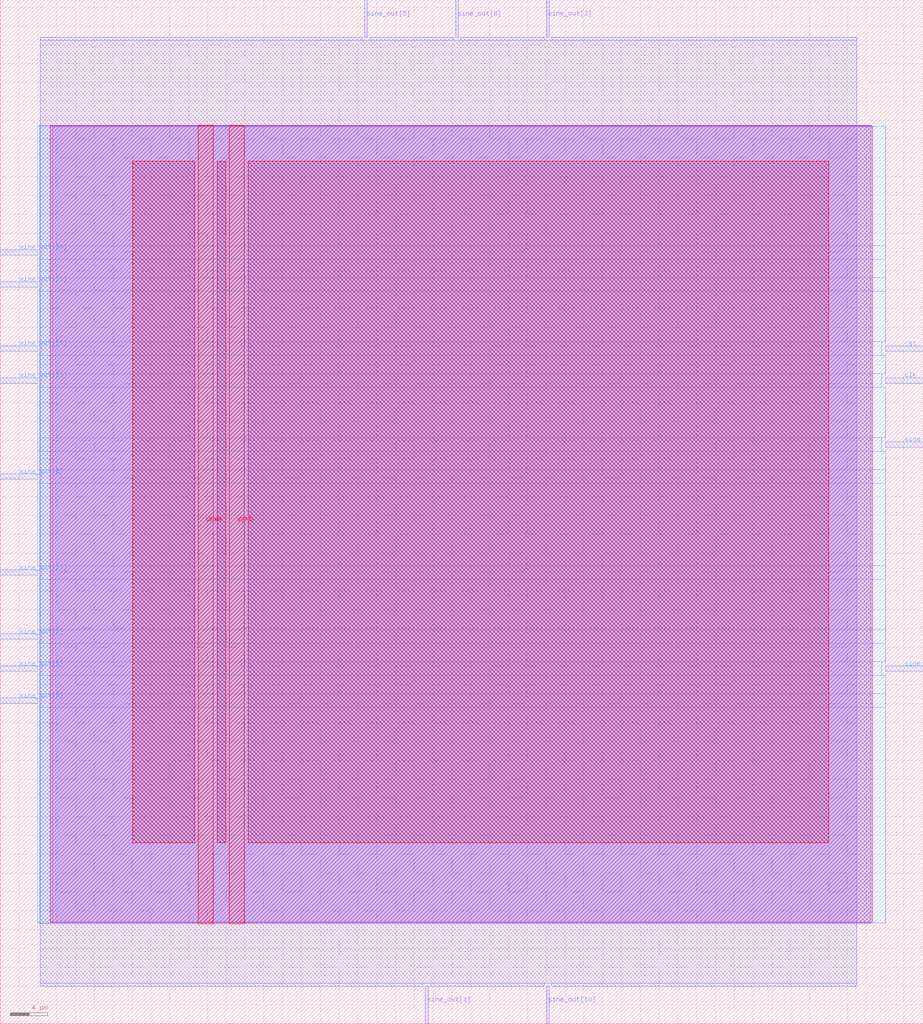
<source format=lef>
VERSION 5.7 ;
  NOWIREEXTENSIONATPIN ON ;
  DIVIDERCHAR "/" ;
  BUSBITCHARS "[]" ;
MACRO counter
  CLASS BLOCK ;
  FOREIGN counter ;
  ORIGIN 0.000 0.000 ;
  SIZE 98.060 BY 108.780 ;
  PIN VGND
    DIRECTION INOUT ;
    USE GROUND ;
    PORT
      LAYER met4 ;
        RECT 24.340 10.640 25.940 95.440 ;
    END
  END VGND
  PIN VPWR
    DIRECTION INOUT ;
    USE POWER ;
    PORT
      LAYER met4 ;
        RECT 21.040 10.640 22.640 95.440 ;
    END
  END VPWR
  PIN clk
    DIRECTION INPUT ;
    USE SIGNAL ;
    ANTENNAGATEAREA 0.852000 ;
    PORT
      LAYER met3 ;
        RECT 94.060 68.040 98.060 68.640 ;
    END
  END clk
  PIN rst
    DIRECTION INPUT ;
    USE SIGNAL ;
    ANTENNAGATEAREA 0.213000 ;
    PORT
      LAYER met3 ;
        RECT 94.060 71.440 98.060 72.040 ;
    END
  END rst
  PIN sine_out[0]
    DIRECTION OUTPUT ;
    USE SIGNAL ;
    ANTENNADIFFAREA 0.445500 ;
    PORT
      LAYER met3 ;
        RECT 94.060 61.240 98.060 61.840 ;
    END
  END sine_out[0]
  PIN sine_out[10]
    DIRECTION OUTPUT ;
    USE SIGNAL ;
    ANTENNADIFFAREA 0.445500 ;
    PORT
      LAYER met2 ;
        RECT 58.050 0.000 58.330 4.000 ;
    END
  END sine_out[10]
  PIN sine_out[11]
    DIRECTION OUTPUT ;
    USE SIGNAL ;
    ANTENNADIFFAREA 0.445500 ;
    PORT
      LAYER met3 ;
        RECT 0.000 47.640 4.000 48.240 ;
    END
  END sine_out[11]
  PIN sine_out[12]
    DIRECTION OUTPUT ;
    USE SIGNAL ;
    ANTENNADIFFAREA 0.445500 ;
    PORT
      LAYER met3 ;
        RECT 0.000 68.040 4.000 68.640 ;
    END
  END sine_out[12]
  PIN sine_out[13]
    DIRECTION OUTPUT ;
    USE SIGNAL ;
    ANTENNADIFFAREA 0.445500 ;
    PORT
      LAYER met3 ;
        RECT 0.000 78.240 4.000 78.840 ;
    END
  END sine_out[13]
  PIN sine_out[14]
    DIRECTION OUTPUT ;
    USE SIGNAL ;
    ANTENNADIFFAREA 0.445500 ;
    PORT
      LAYER met3 ;
        RECT 0.000 81.640 4.000 82.240 ;
    END
  END sine_out[14]
  PIN sine_out[15]
    DIRECTION OUTPUT ;
    USE SIGNAL ;
    ANTENNADIFFAREA 0.445500 ;
    PORT
      LAYER met3 ;
        RECT 0.000 71.440 4.000 72.040 ;
    END
  END sine_out[15]
  PIN sine_out[1]
    DIRECTION OUTPUT ;
    USE SIGNAL ;
    ANTENNADIFFAREA 0.445500 ;
    PORT
      LAYER met2 ;
        RECT 45.170 0.000 45.450 4.000 ;
    END
  END sine_out[1]
  PIN sine_out[2]
    DIRECTION OUTPUT ;
    USE SIGNAL ;
    ANTENNADIFFAREA 0.445500 ;
    PORT
      LAYER met3 ;
        RECT 94.060 37.440 98.060 38.040 ;
    END
  END sine_out[2]
  PIN sine_out[3]
    DIRECTION OUTPUT ;
    USE SIGNAL ;
    ANTENNADIFFAREA 0.445500 ;
    PORT
      LAYER met2 ;
        RECT 58.050 104.780 58.330 108.780 ;
    END
  END sine_out[3]
  PIN sine_out[4]
    DIRECTION OUTPUT ;
    USE SIGNAL ;
    ANTENNADIFFAREA 0.445500 ;
    PORT
      LAYER met3 ;
        RECT 0.000 37.440 4.000 38.040 ;
    END
  END sine_out[4]
  PIN sine_out[5]
    DIRECTION OUTPUT ;
    USE SIGNAL ;
    ANTENNADIFFAREA 0.445500 ;
    PORT
      LAYER met2 ;
        RECT 38.730 104.780 39.010 108.780 ;
    END
  END sine_out[5]
  PIN sine_out[6]
    DIRECTION OUTPUT ;
    USE SIGNAL ;
    ANTENNADIFFAREA 0.445500 ;
    PORT
      LAYER met3 ;
        RECT 0.000 57.840 4.000 58.440 ;
    END
  END sine_out[6]
  PIN sine_out[7]
    DIRECTION OUTPUT ;
    USE SIGNAL ;
    ANTENNADIFFAREA 0.445500 ;
    PORT
      LAYER met3 ;
        RECT 0.000 40.840 4.000 41.440 ;
    END
  END sine_out[7]
  PIN sine_out[8]
    DIRECTION OUTPUT ;
    USE SIGNAL ;
    ANTENNADIFFAREA 0.445500 ;
    PORT
      LAYER met2 ;
        RECT 48.390 104.780 48.670 108.780 ;
    END
  END sine_out[8]
  PIN sine_out[9]
    DIRECTION OUTPUT ;
    USE SIGNAL ;
    ANTENNADIFFAREA 0.445500 ;
    PORT
      LAYER met3 ;
        RECT 0.000 34.040 4.000 34.640 ;
    END
  END sine_out[9]
  OBS
      LAYER nwell ;
        RECT 5.330 10.795 92.650 95.390 ;
      LAYER li1 ;
        RECT 5.520 10.795 92.460 95.285 ;
      LAYER met1 ;
        RECT 4.210 10.640 92.460 95.440 ;
      LAYER met2 ;
        RECT 4.230 104.500 38.450 104.780 ;
        RECT 39.290 104.500 48.110 104.780 ;
        RECT 48.950 104.500 57.770 104.780 ;
        RECT 58.610 104.500 90.980 104.780 ;
        RECT 4.230 4.280 90.980 104.500 ;
        RECT 4.230 4.000 44.890 4.280 ;
        RECT 45.730 4.000 57.770 4.280 ;
        RECT 58.610 4.000 90.980 4.280 ;
      LAYER met3 ;
        RECT 3.990 82.640 94.060 95.365 ;
        RECT 4.400 81.240 94.060 82.640 ;
        RECT 3.990 79.240 94.060 81.240 ;
        RECT 4.400 77.840 94.060 79.240 ;
        RECT 3.990 72.440 94.060 77.840 ;
        RECT 4.400 71.040 93.660 72.440 ;
        RECT 3.990 69.040 94.060 71.040 ;
        RECT 4.400 67.640 93.660 69.040 ;
        RECT 3.990 62.240 94.060 67.640 ;
        RECT 3.990 60.840 93.660 62.240 ;
        RECT 3.990 58.840 94.060 60.840 ;
        RECT 4.400 57.440 94.060 58.840 ;
        RECT 3.990 48.640 94.060 57.440 ;
        RECT 4.400 47.240 94.060 48.640 ;
        RECT 3.990 41.840 94.060 47.240 ;
        RECT 4.400 40.440 94.060 41.840 ;
        RECT 3.990 38.440 94.060 40.440 ;
        RECT 4.400 37.040 93.660 38.440 ;
        RECT 3.990 35.040 94.060 37.040 ;
        RECT 4.400 33.640 94.060 35.040 ;
        RECT 3.990 10.715 94.060 33.640 ;
      LAYER met4 ;
        RECT 14.095 19.215 20.640 91.625 ;
        RECT 23.040 19.215 23.940 91.625 ;
        RECT 26.340 19.215 88.025 91.625 ;
  END
END counter
END LIBRARY


</source>
